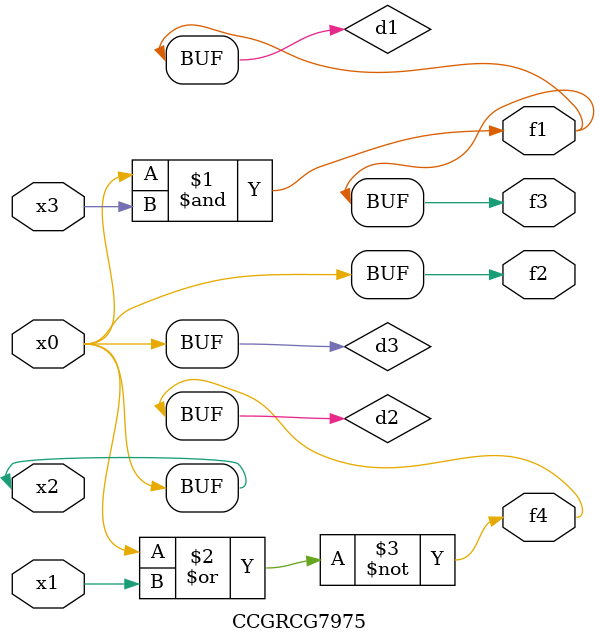
<source format=v>
module CCGRCG7975(
	input x0, x1, x2, x3,
	output f1, f2, f3, f4
);

	wire d1, d2, d3;

	and (d1, x2, x3);
	nor (d2, x0, x1);
	buf (d3, x0, x2);
	assign f1 = d1;
	assign f2 = d3;
	assign f3 = d1;
	assign f4 = d2;
endmodule

</source>
